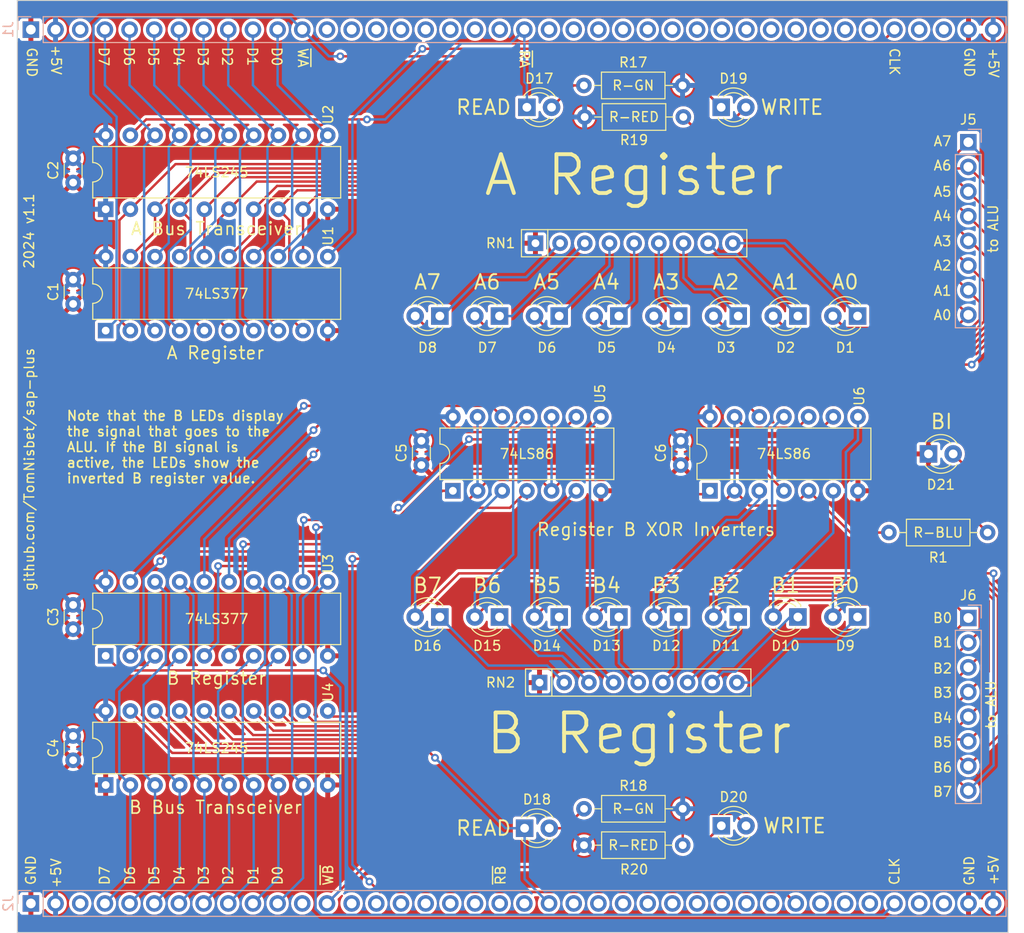
<source format=kicad_pcb>
(kicad_pcb (version 20240108) (generator "pcbnew") (generator_version "8.0")
  (title_block (title "SAP-Plus A and B Registers") (date "2024-11-30") (rev "1.1") (company "github.com/TomNisbet/sap-plus"))
  (layers (0 "F.Cu" signal) (31 "B.Cu" signal) (34 "B.Paste" user) (35 "F.Paste" user) (36 "B.SilkS" user "B.Silkscreen") (37 "F.SilkS" user "F.Silkscreen") (38 "B.Mask" user) (39 "F.Mask" user) (44 "Edge.Cuts" user))
  (net 0 "")
  (net 1 "+5V")
  (net 2 "CLK")
  (net 3 "D0")
  (net 4 "D1")
  (net 5 "D2")
  (net 6 "D3")
  (net 7 "D4")
  (net 8 "D5")
  (net 9 "D6")
  (net 10 "D7")
  (net 11 "GND")
  (net 12 "Net-(D17-A)")
  (net 13 "Net-(D18-A)")
  (net 14 "/A0")
  (net 15 "/A1")
  (net 16 "/A2")
  (net 17 "/A3")
  (net 18 "/A4")
  (net 19 "/A5")
  (net 20 "/A6")
  (net 21 "/A7")
  (net 22 "/B0")
  (net 23 "/B1")
  (net 24 "/B2")
  (net 25 "/B3")
  (net 26 "/B4")
  (net 27 "/B5")
  (net 28 "/B6")
  (net 29 "/B7")
  (net 30 "~{WA}")
  (net 31 "~{RA}")
  (net 32 "~{WB}")
  (net 33 "~{RB}")
  (net 34 "Net-(D19-A)")
  (net 35 "Net-(D20-A)")
  (net 52 "BI")
  (net 81 "Net-(D1-K)")
  (net 82 "Net-(D2-K)")
  (net 83 "Net-(D3-K)")
  (net 84 "Net-(D4-K)")
  (net 85 "Net-(D5-K)")
  (net 86 "Net-(D6-K)")
  (net 87 "Net-(D7-K)")
  (net 88 "Net-(D8-K)")
  (net 89 "Net-(D9-K)")
  (net 90 "Net-(D10-K)")
  (net 91 "Net-(D11-K)")
  (net 92 "Net-(D12-K)")
  (net 93 "Net-(D13-K)")
  (net 94 "Net-(D14-K)")
  (net 95 "Net-(D15-K)")
  (net 96 "Net-(D16-K)")
  (net 97 "/BQ0")
  (net 98 "/BQ2")
  (net 99 "/BQ1")
  (net 100 "/BQ6")
  (net 101 "/BQ5")
  (net 102 "/BQ3")
  (net 103 "/BQ4")
  (net 104 "/BQ7")
  (net 110 "Net-(D21-A)")
  (footprint "LED_THT:LED_D3.0mm" (layer "F.Cu") (at 171.5 75.5 180)
    (property "Reference" "D1")
    (property "Value" "A0")
  )
  (footprint "LED_THT:LED_D3.0mm" (layer "F.Cu") (at 165.357142 75.5 180)
    (property "Reference" "D2")
    (property "Value" "A1")
  )
  (footprint "LED_THT:LED_D3.0mm" (layer "F.Cu") (at 159.214285 75.5 180)
    (property "Reference" "D3")
    (property "Value" "A2")
  )
  (footprint "LED_THT:LED_D3.0mm" (layer "F.Cu") (at 153.071428 75.5 180)
    (property "Reference" "D4")
    (property "Value" "A3")
  )
  (footprint "LED_THT:LED_D3.0mm" (layer "F.Cu") (at 146.928571 75.5 180)
    (property "Reference" "D5")
    (property "Value" "A4")
  )
  (footprint "LED_THT:LED_D3.0mm" (layer "F.Cu") (at 140.785714 75.5 180)
    (property "Reference" "D6")
    (property "Value" "A5")
  )
  (footprint "LED_THT:LED_D3.0mm" (layer "F.Cu") (at 171.5 106.5 180)
    (property "Reference" "D9")
    (property "Value" "B0")
  )
  (footprint "LED_THT:LED_D3.0mm" (layer "F.Cu") (at 159.214285 106.5 180)
    (property "Reference" "D11")
    (property "Value" "B2")
  )
  (footprint "LED_THT:LED_D3.0mm" (layer "F.Cu") (at 153.071428 106.5 180)
    (property "Reference" "D12")
    (property "Value" "B3")
  )
  (footprint "LED_THT:LED_D3.0mm" (layer "F.Cu") (at 146.928571 106.5 180)
    (property "Reference" "D13")
    (property "Value" "B4")
  )
  (footprint "LED_THT:LED_D3.0mm" (layer "F.Cu") (at 140.785714 106.5 180)
    (property "Reference" "D14")
    (property "Value" "B5")
  )
  (footprint "LED_THT:LED_D3.0mm" (layer "F.Cu") (at 134.642857 106.5 180)
    (property "Reference" "D15")
    (property "Value" "B6")
  )
  (footprint "LED_THT:LED_D3.0mm" (layer "F.Cu") (at 128.5 106.5 180)
    (property "Reference" "D16")
    (property "Value" "B7")
  )
  (footprint "Package_DIP:DIP-20_W7.62mm" (layer "F.Cu") (at 94.1 77 90)
    (property "Reference" "U1")
    (property "Value" "74LS377")
  )
  (footprint "Package_DIP:DIP-20_W7.62mm" (layer "F.Cu") (at 94.1 123.8 90)
    (property "Reference" "U4")
    (property "Value" "74LS245")
  )
  (footprint "LED_THT:LED_D3.0mm" (layer "F.Cu") (at 165.357142 106.5 180)
    (property "Reference" "D10")
    (property "Value" "B1")
  )
  (footprint "Package_DIP:DIP-20_W7.62mm" (layer "F.Cu") (at 94.1 64.5 90)
    (property "Reference" "U2")
    (property "Value" "74LS245")
  )
  (footprint "LED_THT:LED_D3.0mm" (layer "F.Cu") (at 128.5 75.5 180)
    (property "Reference" "D8")
    (property "Value" "A7")
  )
  (footprint "Capacitor_THT:C_Disc_D3.0mm_W1.6mm_P2.50mm" (layer "F.Cu") (at 90.75 74.25 90)
    (property "Reference" "C1")
    (property "Value" "0.1uF")
  )
  (footprint "Capacitor_THT:C_Disc_D3.0mm_W1.6mm_P2.50mm" (layer "F.Cu") (at 90.75 61.75 90)
    (property "Reference" "C2")
    (property "Value" "0.1uF")
  )
  (footprint "Capacitor_THT:C_Disc_D3.0mm_W1.6mm_P2.50mm" (layer "F.Cu") (at 90.75 107.75 90)
    (property "Reference" "C3")
    (property "Value" "0.1uF")
  )
  (footprint "Capacitor_THT:C_Disc_D3.0mm_W1.6mm_P2.50mm" (layer "F.Cu") (at 153.3 90.85 90)
    (property "Reference" "C6")
    (property "Value" "0.1uF")
  )
  (footprint "Capacitor_THT:C_Disc_D3.0mm_W1.6mm_P2.50mm" (layer "F.Cu") (at 126.6 90.85 90)
    (property "Reference" "C5")
    (property "Value" "0.1uF")
  )
  (footprint "Capacitor_THT:C_Disc_D3.0mm_W1.6mm_P2.50mm" (layer "F.Cu") (at 90.75 121.25 90)
    (property "Reference" "C4")
    (property "Value" "0.1uF")
  )
  (footprint "LED_THT:LED_D3.0mm" (layer "F.Cu") (at 137.46 54)
    (property "Reference" "D17")
    (property "Value" "READ")
  )
  (footprint "LED_THT:LED_D3.0mm" (layer "F.Cu") (at 137.225 128.25)
    (property "Reference" "D18")
    (property "Value" "READ")
  )
  (footprint "Resistor_THT:R_Axial_DIN0207_L6.3mm_D2.5mm_P10.16mm_Horizontal" (layer "F.Cu") (at 143.325 51.75)
    (property "Reference" "R17")
    (property "Value" "R-GN")
  )
  (footprint "Resistor_THT:R_Axial_DIN0207_L6.3mm_D2.5mm_P10.16mm_Horizontal" (layer "F.Cu") (at 143.34 126.25)
    (property "Reference" "R18")
    (property "Value" "R-GN")
  )
  (footprint "Resistor_THT:R_Axial_DIN0207_L6.3mm_D2.5mm_P10.16mm_Horizontal" (layer "F.Cu") (at 153.565 55 180)
    (property "Reference" "R19")
    (property "Value" "R-RED")
  )
  (footprint "Resistor_THT:R_Axial_DIN0207_L6.3mm_D2.5mm_P10.16mm_Horizontal" (layer "F.Cu") (at 143.34 130)
    (property "Reference" "R20")
    (property "Value" "R-RED")
  )
  (footprint "LED_THT:LED_D3.0mm" (layer "F.Cu") (at 157.475 128)
    (property "Reference" "D20")
    (property "Value" "WRITE")
  )
  (footprint "LED_THT:LED_D3.0mm" (layer "F.Cu") (at 157.46 54)
    (property "Reference" "D19")
    (property "Value" "WRITE")
  )
  (footprint "Package_DIP:DIP-20_W7.62mm" (layer "F.Cu") (at 94.1 110.5 90)
    (property "Reference" "U3")
    (property "Value" "74LS377")
  )
  (footprint "Package_DIP:DIP-14_W7.62mm" (layer "F.Cu") (at 156.3 93.5 90)
    (property "Reference" "U6")
    (property "Value" "74LS86")
  )
  (footprint "Package_DIP:DIP-14_W7.62mm" (layer "F.Cu") (at 129.84 93.5 90)
    (property "Reference" "U5")
    (property "Value" "74LS86")
  )
  (footprint "LED_THT:LED_D3.0mm" (layer "F.Cu") (at 134.642857 75.5 180)
    (property "Reference" "D7")
    (property "Value" "A6")
  )
  (footprint "Resistor_THT:R_Array_SIP9" (layer "F.Cu") (at 138.34 68)
    (property "Reference" "RN1")
    (property "Value" "R_RED")
  )
  (footprint "Resistor_THT:R_Array_SIP9" (layer "F.Cu") (at 138.76 113.25)
    (property "Reference" "RN2")
    (property "Value" "R_RED")
  )
  (footprint "LED_THT:LED_D3.0mm" (layer "F.Cu") (at 178.8 89.7)
    (property "Reference" "D21")
    (property "Value" "BI")
  )
  (footprint "Resistor_THT:R_Axial_DIN0207_L6.3mm_D2.5mm_P10.16mm_Horizontal" (layer "F.Cu") (at 174.72 97.8)
    (property "Reference" "R1")
    (property "Value" "R-BLU")
  )
  (footprint "Connector_PinHeader_2.54mm:PinHeader_1x40_P2.54mm_Vertical" (layer "B.Cu") (at 86.4 46 -90)
    (property "Reference" "J1")
    (property "Value" "Bus")
  )
  (footprint "Connector_PinHeader_2.54mm:PinHeader_1x08_P2.54mm_Vertical" (layer "B.Cu") (at 182.9 57.6 180)
    (property "Reference" "J5")
    (property "Value" "to ALU")
  )
  (footprint "Connector_PinHeader_2.54mm:PinHeader_1x40_P2.54mm_Vertical" (layer "B.Cu") (at 86.4 136 -90)
    (property "Reference" "J2")
    (property "Value" "Bus")
  )
  (footprint "Connector_PinHeader_2.54mm:PinHeader_1x08_P2.54mm_Vertical" (layer "B.Cu") (at 182.9 106.6 180)
    (property "Reference" "J6")
    (property "Value" "to ALU")
  )
  (gr_line (start 85 139) (end 85 43) (stroke (width 0.1)) (layer "Edge.Cuts"))
  (gr_line (start 85 43) (end 187 43) (stroke (width 0.1)) (layer "Edge.Cuts"))
  (gr_line (start 187 43) (end 187 139) (stroke (width 0.1)) (layer "Edge.Cuts"))
  (gr_line (start 187 139) (end 85 139) (stroke (width 0.1)) (layer "Edge.Cuts"))
  (gr_text "B Register" (at 149 118.5 0) (layer "F.SilkS") (effects (font (size 4 4) (thickness 0.4))))
  (gr_text "${COMPANY}" (at 86.24 91.3 90) (layer "F.SilkS") (effects (font (size 1 1))))
  (gr_text "A Register" (at 148.5 61 0) (layer "F.SilkS") (effects (font (size 4 4) (thickness 0.4))))
  (gr_text "B1" (at 180.25 109.1 0) (layer "F.SilkS") (effects (font (size 1 1))))
  (gr_text "B2" (at 180.25 111.8 0) (layer "F.SilkS") (effects (font (size 1 1))))
  (gr_text "B0" (at 180.25 106.6 0) (layer "F.SilkS") (effects (font (size 1 1))))
  (gr_text "B3" (at 180.25 114.3 0) (layer "F.SilkS") (effects (font (size 1 1))))
  (gr_text "B6" (at 180.25 122 0) (layer "F.SilkS") (effects (font (size 1 1))))
  (gr_text "B4" (at 180.25 116.9 0) (layer "F.SilkS") (effects (font (size 1 1))))
  (gr_text "B5" (at 180.25 119.4 0) (layer "F.SilkS") (effects (font (size 1 1))))
  (gr_text "B7" (at 180.25 124.5 0) (layer "F.SilkS") (effects (font (size 1 1))))
  (gr_text "A3" (at 180.25 67.8 0) (layer "F.SilkS") (effects (font (size 1 1))))
  (gr_text "A1" (at 180.25 72.9 0) (layer "F.SilkS") (effects (font (size 1 1))))
  (gr_text "A0" (at 180.25 75.4 0) (layer "F.SilkS") (effects (font (size 1 1))))
  (gr_text "A5" (at 180.25 62.7 0) (layer "F.SilkS") (effects (font (size 1 1))))
  (gr_text "A2" (at 180.25 70.3 0) (layer "F.SilkS") (effects (font (size 1 1))))
  (gr_text "A6" (at 180.25 60 0) (layer "F.SilkS") (effects (font (size 1 1))))
  (gr_text "A7" (at 180.25 57.5 0) (layer "F.SilkS") (effects (font (size 1 1))))
  (gr_text "A4" (at 180.25 65.2 0) (layer "F.SilkS") (effects (font (size 1 1))))
  (gr_text "D7" (at 94 134.2 90) (layer "F.SilkS") (effects (font (size 1 1)) (justify left)))
  (gr_text "D6" (at 96.6 134.2 90) (layer "F.SilkS") (effects (font (size 1 1)) (justify left)))
  (gr_text "D5" (at 99.1 134.2 90) (layer "F.SilkS") (effects (font (size 1 1)) (justify left)))
  (gr_text "D4" (at 101.7 134.2 90) (layer "F.SilkS") (effects (font (size 1 1)) (justify left)))
  (gr_text "D3" (at 104.2 134.2 90) (layer "F.SilkS") (effects (font (size 1 1)) (justify left)))
  (gr_text "D2" (at 106.7 134.2 90) (layer "F.SilkS") (effects (font (size 1 1)) (justify left)))
  (gr_text "D1" (at 109.3 134.2 90) (layer "F.SilkS") (effects (font (size 1 1)) (justify left)))
  (gr_text "D0" (at 111.8 134.2 90) (layer "F.SilkS") (effects (font (size 1 1)) (justify left)))
  (gr_text "~{WB}" (at 117 134.25 90) (layer "F.SilkS") (effects (font (size 1 1)) (justify left)))
  (gr_text "~{RB}" (at 134.75 134.2 90) (layer "F.SilkS") (effects (font (size 1 1)) (justify left)))
  (gr_text "+5V" (at 185.5 134.2 90) (layer "F.SilkS") (effects (font (size 1 1)) (justify left)))
  (gr_text "D4" (at 101.6 47.7 270) (layer "F.SilkS") (effects (font (size 1 1)) (justify left)))
  (gr_text "D3" (at 104.1 47.7 270) (layer "F.SilkS") (effects (font (size 1 1)) (justify left)))
  (gr_text "D0" (at 111.7 47.7 270) (layer "F.SilkS") (effects (font (size 1 1)) (justify left)))
  (gr_text "D2" (at 106.6 47.7 270) (layer "F.SilkS") (effects (font (size 1 1)) (justify left)))
  (gr_text "D7" (at 93.9 47.7 270) (layer "F.SilkS") (effects (font (size 1 1)) (justify left)))
  (gr_text "D5" (at 99 47.7 270) (layer "F.SilkS") (effects (font (size 1 1)) (justify left)))
  (gr_text "D6" (at 96.5 47.7 270) (layer "F.SilkS") (effects (font (size 1 1)) (justify left)))
  (gr_text "D1" (at 109.2 47.7 270) (layer "F.SilkS") (effects (font (size 1 1)) (justify left)))
  (gr_text "~{WA}" (at 114.4 47.8 270) (layer "F.SilkS") (effects (font (size 1 1)) (justify left)))
  (gr_text "CLK" (at 175.3 47.8 -90) (layer "F.SilkS") (effects (font (size 1 1)) (justify left)))
  (gr_text "+5V" (at 185.5 47.8 -90) (layer "F.SilkS") (effects (font (size 1 1)) (justify left)))
  (gr_text "CLK" (at 175.3 134.2 90) (layer "F.SilkS") (effects (font (size 1 1)) (justify left)))
  (gr_text "GND" (at 86.4 134.2 90) (layer "F.SilkS") (effects (font (size 1 1)) (justify left)))
  (gr_text "2024 v${REVISION}" (at 86.22 66.75 90) (layer "F.SilkS") (effects (font (size 1 1))))
  (gr_text "GND" (at 86.5 47.75 270) (layer "F.SilkS") (effects (font (size 1 1)) (justify left)))
  (gr_text "Register B XOR Inverters" (at 150.75 98.25 0) (layer "F.SilkS") (effects (font (size 1.3 1.3) (thickness 0.17)) (justify bottom)))
  (gr_text "~{RA}" (at 137.2 48 270) (layer "F.SilkS") (effects (font (size 1 1)) (justify left)))
  (gr_text "GND" (at 183 47.75 270) (layer "F.SilkS") (effects (font (size 1 1)) (justify left)))
  (gr_text "GND" (at 183 134.25 90) (layer "F.SilkS") (effects (font (size 1 1)) (justify left)))
  (gr_text "+5V" (at 89 134.5 90) (layer "F.SilkS") (effects (font (size 1 1)) (justify left)))
  (gr_text "Note that the B LEDs display\nthe signal that goes to the\nALU. If the BI signal is \nactive, the LEDs show the\ninverted B register value." (at 90 92.8 0) (layer "F.SilkS") (effects (font (size 1 1) (thickness 0.17) (bold yes)) (justify left bottom)))
  (gr_text "+5V" (at 89 47.5 -90) (layer "F.SilkS") (effects (font (size 1 1)) (justify left)))
  (segment (start 94.08 69.4) (end 94.1 69.38) (width 0.25) (layer "F.Cu") (net 1))
  (segment (start 94.08 116.2) (end 94.1 116.18) (width 0.25) (layer "F.Cu") (net 1))
  (segment (start 173.325 47.975) (end 126.7 47.975) (width 0.25) (layer "F.Cu") (net 2))
  (segment (start 175.3 46) (end 173.325 47.975) (width 0.25) (layer "F.Cu") (net 2))
  (via (at 126.7 47.975) (size 0.8) (drill 0.4) (layers "F.Cu" "B.Cu") (net 2))
  (segment (start 115.704999 136.564001) (end 115.704999 104.135001) (width 0.25) (layer "B.Cu") (net 2))
  (segment (start 174.124999 137.175001) (end 116.315999 137.175001) (width 0.25) (layer "B.Cu") (net 2))
  (segment (start 119.5 55.175) (end 126.7 47.975) (width 0.25) (layer "B.Cu") (net 2))
  (segment (start 116.315999 137.175001) (end 115.704999 136.564001) (width 0.25) (layer "B.Cu") (net 2))
  (segment (start 175.3 136) (end 174.124999 137.175001) (width 0.25) (layer "B.Cu") (net 2))
  (segment (start 116.96 69.38) (end 119.5 66.84) (width 0.25) (layer "B.Cu") (net 2))
  (segment (start 119.5 66.84) (end 119.5 55.175) (width 0.25) (layer "B.Cu") (net 2))
  (segment (start 115.704999 104.135001) (end 116.96 102.88) (width 0.25) (layer "B.Cu") (net 2))
  (segment (start 114.42 123.92) (end 114.42 133.38) (width 0.25) (layer "B.Cu") (net 3))
  (segment (start 115.834999 58.005001) (end 115.834999 65.425001) (width 0.25) (layer "B.Cu") (net 3))
  (segment (start 114.42 123.8) (end 113.294999 122.674999) (width 0.25) (layer "B.Cu") (net 3))
  (segment (start 116.96 56.88) (end 115.834999 58.005001) (width 0.25) (layer "B.Cu") (net 3))
  (segment (start 113.294999 115.401411) (end 113.25 115.356412) (width 0.25) (layer "B.Cu") (net 3))
  (segment (start 115.834999 65.425001) (end 111.88 69.38) (width 0.25) (layer "B.Cu") (net 3))
  (segment (start 113.294999 122.674999) (end 113.294999 115.401411) (width 0.25) (layer "B.Cu") (net 3))
  (segment (start 113.25 115.356412) (end 113.25 104.25) (width 0.25) (layer "B.Cu") (net 3))
  (segment (start 113.25 104.25) (end 111.88 102.88) (width 0.25) (layer "B.Cu") (net 3))
  (segment (start 111.8 46) (end 111.8 51.72) (width 0.25) (layer "B.Cu") (net 3))
  (segment (start 114.42 133.38) (end 111.8 136) (width 0.25) (layer "B.Cu") (net 3))
  (segment (start 111.8 51.72) (end 116.96 56.88) (width 0.25) (layer "B.Cu") (net 3))
  (segment (start 110.754999 68.839999) (end 110.754999 75.874999) (width 0.25) (layer "B.Cu") (net 4))
  (segment (start 113.294999 66.299999) (end 110.754999 68.839999) (width 0.25) (layer "B.Cu") (net 4))
  (segment (start 113.294999 58.005001) (end 113.294999 66.299999) (width 0.25) (layer "B.Cu") (net 4))
  (segment (start 111.88 123.8) (end 110.754999 122.674999) (width 0.25) (layer "B.Cu") (net 4))
  (segment (start 114.42 56.88) (end 113.294999 58.005001) (width 0.25) (layer "B.Cu") (net 4))
  (segment (start 111.88 133.38) (end 109.26 136) (width 0.25) (layer "B.Cu") (net 4))
  (segment (start 110.754999 111.625001) (end 111.88 110.5) (width 0.25) (layer "B.Cu") (net 4))
  (segment (start 109.26 46) (end 109.26 51.72) (width 0.25) (layer "B.Cu") (net 4))
  (segment (start 109.26 51.72) (end 114.42 56.88) (width 0.25) (layer "B.Cu") (net 4))
  (segment (start 110.754999 75.874999) (end 111.88 77) (width 0.25) (layer "B.Cu") (net 4))
  (segment (start 110.754999 122.674999) (end 110.754999 111.625001) (width 0.25) (layer "B.Cu") (net 4))
  (segment (start 111.88 123.92) (end 111.88 133.38) (width 0.25) (layer "B.Cu") (net 4))
  (segment (start 109.34 123.92) (end 109.34 133.38) (width 0.25) (layer "B.Cu") (net 5))
  (segment (start 108.215 122.675) (end 108.215 113.528604) (width 0.25) (layer "B.Cu") (net 5))
  (segment (start 110.754999 58.005001) (end 110.754999 67.965001) (width 0.25) (layer "B.Cu") (net 5))
  (segment (start 108.215 113.528604) (end 110.5 111.243604) (width 0.25) (layer "B.Cu") (net 5))
  (segment (start 106.72 46) (end 106.72 51.72) (width 0.25) (layer "B.Cu") (net 5))
  (segment (start 110.754999 67.965001) (end 109.34 69.38) (width 0.25) (layer "B.Cu") (net 5))
  (segment (start 110.5 104.04) (end 109.34 102.88) (width 0.25) (layer "B.Cu") (net 5))
  (segment (start 110.5 111.243604) (end 110.5 104.04) (width 0.25) (layer "B.Cu") (net 5))
  (segment (start 109.34 123.8) (end 108.215 122.675) (width 0.25) (layer "B.Cu") (net 5))
  (segment (start 106.72 51.72) (end 111.88 56.88) (width 0.25) (layer "B.Cu") (net 5))
  (segment (start 109.34 133.38) (end 106.72 136) (width 0.25) (layer "B.Cu") (net 5))
  (segment (start 111.88 56.88) (end 110.754999 58.005001) (width 0.25) (layer "B.Cu") (net 5))
  (segment (start 105.674999 122.674999) (end 105.674999 114.165001) (width 0.25) (layer "B.Cu") (net 6))
  (segment (start 105.674999 114.165001) (end 109.34 110.5) (width 0.25) (layer "B.Cu") (net 6))
  (segment (start 104.18 46) (end 104.18 51.72) (width 0.25) (layer "B.Cu") (net 6))
  (segment (start 107.925001 75.625001) (end 109.3 77) (width 0.25) (layer "B.Cu") (net 6))
  (segment (start 104.18 51.72) (end 109.34 56.88) (width 0.25) (layer "B.Cu") (net 6))
  (segment (start 109.3 77) (end 109.34 77) (width 0.25) (layer "B.Cu") (net 6))
  (segment (start 109.34 56.88) (end 107.925001 58.294999) (width 0.25) (layer "B.Cu") (net 6))
  (segment (start 106.8 123.8) (end 105.674999 122.674999) (width 0.25) (layer "B.Cu") (net 6))
  (segment (start 107.925001 58.294999) (end 107.925001 75.625001) (width 0.25) (layer "B.Cu") (net 6))
  (segment (start 106.8 133.38) (end 104.18 136) (width 0.25) (layer "B.Cu") (net 6))
  (segment (start 106.8 123.92) (end 106.8 133.38) (width 0.25) (layer "B.Cu") (net 6))
  (segment (start 103.134999 104.294999) (end 101.72 102.88) (width 0.25) (layer "B.Cu") (net 7))
  (segment (start 104.26 123.8) (end 103.134999 122.674999) (width 0.25) (layer "B.Cu") (net 7))
  (segment (start 104.26 123.92) (end 104.26 133.38) (width 0.25) (layer "B.Cu") (net 7))
  (segment (start 103.134999 122.674999) (end 103.134999 104.294999) (width 0.25) (layer "B.Cu") (net 7))
  (segment (start 101.64 46) (end 101.64 51.72) (width 0.25) (layer "B.Cu") (net 7))
  (segment (start 104.26 133.38) (end 101.64 136) (width 0.25) (layer "B.Cu") (net 7))
  (segment (start 101.64 51.72) (end 106.8 56.88) (width 0.25) (layer "B.Cu") (net 7))
  (segment (start 105.385001 65.714999) (end 101.72 69.38) (width 0.25) (layer "B.Cu") (net 7))
  (segment (start 106.8 56.88) (end 105.385001 58.294999) (width 0.25) (layer "B.Cu") (net 7))
  (segment (start 105.385001 58.294999) (end 105.385001 65.714999) (width 0.25) (layer "B.Cu") (net 7))
  (segment (start 102.845001 66.589997) (end 100.594999 68.839999) (width 0.25) (layer "B.Cu") (net 8))
  (segment (start 100.594999 75.874999) (end 101.72 77) (width 0.25) (layer "B.Cu") (net 8))
  (segment (start 100.594999 111.625001) (end 101.72 110.5) (width 0.25) (layer "B.Cu") (net 8))
  (segment (start 101.72 123.92) (end 101.72 133.38) (width 0.25) (layer "B.Cu") (net 8))
  (segment (start 101.72 133.38) (end 99.1 136) (width 0.25) (layer "B.Cu") (net 8))
  (segment (start 100.594999 68.839999) (end 100.594999 75.874999) (width 0.25) (layer "B.Cu") (net 8))
  (segment (start 102.845001 58.294999) (end 102.845001 66.589997) (width 0.25) (layer "B.Cu") (net 8))
  (segment (start 99.1 46) (end 99.1 51.72) (width 0.25) (layer "B.Cu") (net 8))
  (segment (start 104.26 56.88) (end 102.845001 58.294999) (width 0.25) (layer "B.Cu") (net 8))
  (segment (start 100.594999 122.674999) (end 100.594999 111.625001) (width 0.25) (layer "B.Cu") (net 8))
  (segment (start 99.1 51.72) (end 104.26 56.88) (width 0.25) (layer "B.Cu") (net 8))
  (segment (start 101.72 123.8) (end 100.594999 122.674999) (width 0.25) (layer "B.Cu") (net 8))
  (segment (start 96.56 51.72) (end 101.72 56.88) (width 0.25) (layer "B.Cu") (net 9))
  (segment (start 100.594999 58.005001) (end 100.594999 67.965001) (width 0.25) (layer "B.Cu") (net 9))
  (segment (start 98 122.62) (end 99.18 123.8) (width 0.25) (layer "B.Cu") (net 9))
  (segment (start 100.305 111.195) (end 98 113.5) (width 0.25) (layer "B.Cu") (net 9))
  (segment (start 101.72 56.88) (end 100.594999 58.005001) (width 0.25) (layer "B.Cu") (net 9))
  (segment (start 100.305 104.005) (end 100.305 111.195) (width 0.25) (layer "B.Cu") (net 9))
  (segment (start 98 113.5) (end 98 122.62) (width 0.25) (layer "B.Cu") (net 9))
  (segment (start 99.18 133.38) (end 96.56 136) (width 0.25) (layer "B.Cu") (net 9))
  (segment (start 99.18 102.88) (end 100.305 104.005) (width 0.25) (layer "B.Cu") (net 9))
  (segment (start 100.594999 67.965001) (end 99.18 69.38) (width 0.25) (layer "B.Cu") (net 9))
  (segment (start 96.56 46) (end 96.56 51.72) (width 0.25) (layer "B.Cu") (net 9))
  (segment (start 99.18 123.92) (end 99.18 133.38) (width 0.25) (layer "B.Cu") (net 9))
  (segment (start 96.64 123.8) (end 96.64 133.38) (width 0.25) (layer "B.Cu") (net 10))
  (segment (start 98.054999 75.874999) (end 99.18 77) (width 0.25) (layer "B.Cu") (net 10))
  (segment (start 95.5 122.66) (end 95.5 114.18) (width 0.25) (layer "B.Cu") (net 10))
  (segment (start 99.18 56.88) (end 98.054999 58.005001) (width 0.25) (layer "B.Cu") (net 10))
  (segment (start 95.5 114.18) (end 99.18 110.5) (width 0.25) (layer "B.Cu") (net 10))
  (segment (start 96.64 123.8) (end 95.5 122.66) (width 0.25) (layer "B.Cu") (net 10))
  (segment (start 98.054999 58.005001) (end 98.054999 75.874999) (width 0.25) (layer "B.Cu") (net 10))
  (segment (start 94.02 51.72) (end 99.18 56.88) (width 0.25) (layer "B.Cu") (net 10))
  (segment (start 94.02 46) (end 94.02 51.72) (width 0.25) (layer "B.Cu") (net 10))
  (segment (start 96.64 133.38) (end 94.02 136) (width 0.25) (layer "B.Cu") (net 10))
  (segment (start 140 54) (end 142.25 51.75) (width 0.25) (layer "F.Cu") (net 12))
  (segment (start 142.25 51.75) (end 143.325 51.75) (width 0.25) (layer "F.Cu") (net 12))
  (segment (start 139.765 128.25) (end 141.34 128.25) (width 0.25) (layer "F.Cu") (net 13))
  (segment (start 141.34 128.25) (end 143.34 126.25) (width 0.25) (layer "F.Cu") (net 13))
  (segment (start 170.185 76.725) (end 181.555 76.725) (width 0.25) (layer "F.Cu") (net 14))
  (segment (start 181.555 76.725) (end 182.9 75.38) (width 0.25) (layer "F.Cu") (net 14))
  (segment (start 115.92 63) (end 170.5 63) (width 0.25) (layer "F.Cu") (net 14))
  (segment (start 168.96 75.5) (end 170.185 76.725) (width 0.25) (layer "F.Cu") (net 14))
  (segment (start 114.42 64.5) (end 114.42 69.38) (width 0.25) (layer "F.Cu") (net 14))
  (segment (start 114.42 64.5) (end 115.92 63) (width 0.25) (layer "F.Cu") (net 14))
  (segment (start 170.5 63) (end 182.88 75.38) (width 0.25) (layer "F.Cu") (net 14))
  (segment (start 182.88 75.38) (end 182.9 75.38) (width 0.25) (layer "F.Cu") (net 14))
  (segment (start 184.075001 75.869942) (end 184.075001 74.075001) (width 0.25) (layer "F.Cu") (net 15))
  (segment (start 113.005001 65.625001) (end 113.005001 75.585001) (width 0.25) (layer "F.Cu") (net 15))
  (segment (start 111.88 64.5) (end 113.005001 65.625001) (width 0.25) (layer "F.Cu") (net 15))
  (segment (start 162.817142 75.5) (end 164.492142 77.175) (width 0.25) (layer "F.Cu") (net 15))
  (segment (start 182.769943 77.175) (end 184.075001 75.869942) (width 0.25) (layer "F.Cu") (net 15))
  (segment (start 172.55 62.55) (end 113.83 62.55) (width 0.25) (layer "F.Cu") (net 15))
  (segment (start 113.83 62.55) (end 111.88 64.5) (width 0.25) (layer "F.Cu") (net 15))
  (segment (start 164.492142 77.175) (end 182.769943 77.175) (width 0.25) (layer "F.Cu") (net 15))
  (segment (start 113.005001 75.585001) (end 114.42 77) (width 0.25) (layer "F.Cu") (net 15))
  (segment (start 184.075001 74.075001) (end 172.55 62.55) (width 0.25) (layer "F.Cu") (net 15))
  (segment (start 109.34 66.84) (end 106.8 69.38) (width 0.25) (layer "F.Cu") (net 16))
  (segment (start 109.34 64.5) (end 109.34 66.84) (width 0.25) (layer "F.Cu") (net 16))
  (segment (start 174.7 62.1) (end 182.9 70.3) (width 0.25) (layer "F.Cu") (net 16))
  (segment (start 184.525012 76.056342) (end 184.525012 71.925012) (width 0.25) (layer "F.Cu") (net 16))
  (segment (start 156.674285 75.5) (end 158.799285 77.625) (width 0.25) (layer "F.Cu") (net 16))
  (segment (start 158.799285 77.625) (end 182.956354 77.625) (width 0.25) (layer "F.Cu") (net 16))
  (segment (start 184.525012 71.925012) (end 182.9 70.3) (width 0.25) (layer "F.Cu") (net 16))
  (segment (start 111.74 62.1) (end 174.7 62.1) (width 0.25) (layer "F.Cu") (net 16))
  (segment (start 109.34 64.5) (end 111.74 62.1) (width 0.25) (layer "F.Cu") (net 16))
  (segment (start 182.956354 77.625) (end 184.525012 76.056342) (width 0.25) (layer "F.Cu") (net 16))
  (segment (start 105.674999 75.874999) (end 106.8 77) (width 0.25) (layer "F.Cu") (net 17))
  (segment (start 105.674999 65.625001) (end 105.674999 75.874999) (width 0.25) (layer "F.Cu") (net 17))
  (segment (start 106.8 64.5) (end 105.674999 65.625001) (width 0.25) (layer "F.Cu") (net 17))
  (segment (start 109.65 61.65) (end 106.8 64.5) (width 0.25) (layer "F.Cu") (net 17))
  (segment (start 183.142765 78.075) (end 184.975023 76.242742) (width 0.25) (layer "F.Cu") (net 17))
  (segment (start 184.975023 69.650023) (end 176.975 61.65) (width 0.25) (layer "F.Cu") (net 17))
  (segment (start 150.531428 75.5) (end 153.106428 78.075) (width 0.25) (layer "F.Cu") (net 17))
  (segment (start 176.975 61.65) (end 109.65 61.65) (width 0.25) (layer "F.Cu") (net 17))
  (segment (start 153.106428 78.075) (end 183.142765 78.075) (width 0.25) (layer "F.Cu") (net 17))
  (segment (start 184.975023 76.242742) (end 184.975023 69.650023) (width 0.25) (layer "F.Cu") (net 17))
  (segment (start 178.88 61.2) (end 182.9 65.22) (width 0.25) (layer "F.Cu") (net 18))
  (segment (start 185.425034 67.745034) (end 182.9 65.22) (width 0.25) (layer "F.Cu") (net 18))
  (segment (start 144.388571 75.5) (end 147.413571 78.525) (width 0.25) (layer "F.Cu") (net 18))
  (segment (start 107.56 61.2) (end 178.88 61.2) (width 0.25) (layer "F.Cu") (net 18))
  (segment (start 185.425034 76.429142) (end 185.425034 67.745034) (width 0.25) (layer "F.Cu") (net 18))
  (segment (start 183.329176 78.525) (end 185.425034 76.429142) (width 0.25) (layer "F.Cu") (net 18))
  (segment (start 147.413571 78.525) (end 183.329176 78.525) (width 0.25) (layer "F.Cu") (net 18))
  (segment (start 104.26 64.5) (end 104.26 69.38) (width 0.25) (layer "F.Cu") (net 18))
  (segment (start 104.26 64.5) (end 107.56 61.2) (width 0.25) (layer "F.Cu") (net 18))
  (segment (start 180.97 60.75) (end 182.9 62.68) (width 0.25) (layer "F.Cu") (net 19))
  (segment (start 182.9 62.68) (end 185.875045 65.655045) (width 0.25) (layer "F.Cu") (net 19))
  (segment (start 102.845001 75.585001) (end 104.26 77) (width 0.25) (layer "F.Cu") (net 19))
  (segment (start 101.72 64.5) (end 105.47 60.75) (width 0.25) (layer "F.Cu") (net 19))
  (segment (start 141.720714 78.975) (end 138.245714 75.5) (width 0.25) (layer "F.Cu") (net 19))
  (segment (start 102.845001 65.625001) (end 102.845001 75.585001) (width 0.25) (layer "F.Cu") (net 19))
  (segment (start 185.875045 65.655045) (end 185.875045 76.615542) (width 0.25) (layer "F.Cu") (net 19))
  (segment (start 105.47 60.75) (end 180.97 60.75) (width 0.25) (layer "F.Cu") (net 19))
  (segment (start 185.875045 76.615542) (end 183.515587 78.975) (width 0.25) (layer "F.Cu") (net 19))
  (segment (start 101.72 64.5) (end 102.845001 65.625001) (width 0.25) (layer "F.Cu") (net 19))
  (segment (start 183.515587 78.975) (end 141.720714 78.975) (width 0.25) (layer "F.Cu") (net 19))
  (segment (start 103.38 60.3) (end 182.74 60.3) (width 0.25) (layer "F.Cu") (net 20))
  (segment (start 99.18 66.84) (end 96.64 69.38) (width 0.25) (layer "F.Cu") (net 20))
  (segment (start 99.18 64.5) (end 99.18 66.84) (width 0.25) (layer "F.Cu") (net 20))
  (segment (start 186.325056 63.565056) (end 186.325056 76.801942) (width 0.25) (layer "F.Cu") (net 20))
  (segment (start 182.9 60.14) (end 186.325056 63.565056) (width 0.25) (layer "F.Cu") (net 20))
  (segment (start 136.027857 79.425) (end 132.102857 75.5) (width 0.25) (layer "F.Cu") (net 20))
  (segment (start 186.325056 76.801942) (end 183.701998 79.425) (width 0.25) (layer "F.Cu") (net 20))
  (segment (start 182.74 60.3) (end 182.9 60.14) (width 0.25) (layer "F.Cu") (net 20))
  (segment (start 183.701998 79.425) (end 136.027857 79.425) (width 0.25) (layer "F.Cu") (net 20))
  (segment (start 99.18 64.5) (end 103.38 60.3) (width 0.25) (layer "F.Cu") (net 20))
  (segment (start 95.514999 75.874999) (end 96.64 77) (width 0.25) (layer "F.Cu") (net 21))
  (segment (start 101.29 59.85) (end 96.64 64.5) (width 0.25) (layer "F.Cu") (net 21))
  (segment (start 182.9 57.6) (end 180.65 59.85) (width 0.25) (layer "F.Cu") (net 21))
  (segment (start 96.64 64.5) (end 95.514999 65.625001) (width 0.25) (layer "F.Cu") (net 21))
  (segment (start 126 75.5) (end 125.96 75.5) (width 0.25) (layer "F.Cu") (net 21))
  (segment (start 183.25 80.5) (end 130.96 80.5) (width 0.25) (layer "F.Cu") (net 21))
  (segment (start 180.65 59.85) (end 101.29 59.85) (width 0.25) (layer "F.Cu") (net 21))
  (segment (start 130.96 80.5) (end 125.96 75.5) (width 0.25) (layer "F.Cu") (net 21))
  (segment (start 95.514999 65.625001) (end 95.514999 75.874999) (width 0.25) (layer "F.Cu") (net 21))
  (via (at 183.25 80.5) (size 0.8) (drill 0.4) (layers "F.Cu" "B.Cu") (net 21))
  (segment (start 183.25 80.5) (end 184.099999 79.650001) (width 0.25) (layer "B.Cu") (net 21))
  (segment (start 184.099999 58.799999) (end 182.9 57.6) (width 0.25) (layer "B.Cu") (net 21))
  (segment (start 184.099999 79.650001) (end 184.099999 58.799999) (width 0.25) (layer "B.Cu") (net 21))
  (segment (start 172.75 116.75) (end 182.9 106.6) (width 0.25) (layer "F.Cu") (net 22))
  (segment (start 116.96 116.18) (end 117.53 116.75) (width 0.25) (layer "F.Cu") (net 22))
  (segment (start 168.96 106.5) (end 170.26 105.2) (width 0.25) (layer "F.Cu") (net 22))
  (segment (start 181.5 105.2) (end 182.9 106.6) (width 0.25) (layer "F.Cu") (net 22))
  (segment (start 117.53 116.75) (end 172.75 116.75) (width 0.25) (layer "F.Cu") (net 22))
  (segment (start 170.26 105.2) (end 181.5 105.2) (width 0.25) (layer "F.Cu") (net 22))
  (segment (start 170.3 89.52) (end 171.54 88.28) (width 0.25) (layer "B.Cu") (net 22))
  (segment (start 168.96 106.5) (end 168.96 104) (width 0.25) (layer "B.Cu") (net 22))
  (segment (start 170.3 102.66) (end 170.3 89.52) (width 0.25) (layer "B.Cu") (net 22))
  (segment (start 171.54 88.28) (end 171.54 85.88) (width 0.25) (layer "B.Cu") (net 22))
  (segment (start 168.96 104) (end 170.3 102.66) (width 0.25) (layer "B.Cu") (net 22))
  (segment (start 114.42 116.18) (end 115.545 117.305) (width 0.25) (layer "F.Cu") (net 23))
  (segment (start 174.735 117.305) (end 182.9 109.14) (width 0.25) (layer "F.Cu") (net 23))
  (segment (start 183.4 104.75) (end 164.567142 104.75) (width 0.25) (layer "F.Cu") (net 23))
  (segment (start 184.075 105.425) (end 183.4 104.75) (width 0.25) (layer "F.Cu") (net 23))
  (segment (start 164.567142 104.75) (end 162.817142 106.5) (width 0.25) (layer "F.Cu") (net 23))
  (segment (start 182.9 109.14) (end 184.075 107.965) (width 0.25) (layer "F.Cu") (net 23))
  (segment (start 184.075 107.965) (end 184.075 105.425) (width 0.25) (layer "F.Cu") (net 23))
  (segment (start 115.545 117.305) (end 174.735 117.305) (width 0.25) (layer "F.Cu") (net 23))
  (segment (start 162.817142 106.5) (end 162.817142 104) (width 0.25) (layer "B.Cu") (net 23))
  (segment (start 169 97.817142) (end 169 93.5) (width 0.25) (layer "B.Cu") (net 23))
  (segment (start 162.817142 104) (end 169 97.817142) (width 0.25) (layer "B.Cu") (net 23))
  (segment (start 184.525 110.055) (end 182.9 111.68) (width 0.25) (layer "F.Cu") (net 24))
  (segment (start 176.825 117.755) (end 182.9 111.68) (width 0.25) (layer "F.Cu") (net 24))
  (segment (start 183.8 104.3) (end 184.525 105.025) (width 0.25) (layer "F.Cu") (net 24))
  (segment (start 111.88 116.18) (end 113.455 117.755) (width 0.25) (layer "F.Cu") (net 24))
  (segment (start 158.874285 104.3) (end 183.8 104.3) (width 0.25) (layer "F.Cu") (net 24))
  (segment (start 113.455 117.755) (end 176.825 117.755) (width 0.25) (layer "F.Cu") (net 24))
  (segment (start 184.525 105.025) (end 184.525 110.055) (width 0.25) (layer "F.Cu") (net 24))
  (segment (start 156.674285 106.5) (end 158.874285 104.3) (width 0.25) (layer "F.Cu") (net 24))
  (segment (start 156.674285 106.5) (end 156.674285 104) (width 0.25) (layer "B.Cu") (net 24))
  (segment (start 162.7 97.974285) (end 162.7 87.1) (width 0.25) (layer "B.Cu") (net 24))
  (segment (start 156.674285 104) (end 162.7 97.974285) (width 0.25) (layer "B.Cu") (net 24))
  (segment (start 162.7 87.1) (end 163.92 85.88) (width 0.25) (layer "B.Cu") (net 24))
  (segment (start 109.34 116.18) (end 111.365 118.205) (width 0.25) (layer "F.Cu") (net 25))
  (segment (start 185 112.12) (end 182.9 114.22) (width 0.25) (layer "F.Cu") (net 25))
  (segment (start 111.365 118.205) (end 178.915 118.205) (width 0.25) (layer "F.Cu") (net 25))
  (segment (start 150.531428 106.5) (end 153.181428 103.85) (width 0.25) (layer "F.Cu") (net 25))
  (segment (start 153.181428 103.85) (end 183.986396 103.85) (width 0.25) (layer "F.Cu") (net 25))
  (segment (start 185 104.863604) (end 185 112.12) (width 0.25) (layer "F.Cu") (net 25))
  (segment (start 183.986396 103.85) (end 185 104.863604) (width 0.25) (layer "F.Cu") (net 25))
  (segment (start 178.915 118.205) (end 182.9 114.22) (width 0.25) (layer "F.Cu") (net 25))
  (segment (start 150.531428 106.5) (end 150.531428 104) (width 0.25) (layer "B.Cu") (net 25))
  (segment (start 158.031428 96.5) (end 159.28 96.5) (width 0.25) (layer "B.Cu") (net 25))
  (segment (start 161.38 94.4) (end 161.38 93.5) (width 0.25) (layer "B.Cu") (net 25))
  (segment (start 159.28 96.5) (end 161.38 94.4) (width 0.25) (layer "B.Cu") (net 25))
  (segment (start 150.531428 104) (end 158.031428 96.5) (width 0.25) (layer "B.Cu") (net 25))
  (segment (start 144.388571 106.5) (end 147.488571 103.4) (width 0.25) (layer "F.Cu") (net 26))
  (segment (start 185.5 114.16) (end 182.9 116.76) (width 0.25) (layer "F.Cu") (net 26))
  (segment (start 185.5 104.727208) (end 185.5 114.16) (width 0.25) (layer "F.Cu") (net 26))
  (segment (start 184.172792 103.4) (end 185.5 104.727208) (width 0.25) (layer "F.Cu") (net 26))
  (segment (start 181.005 118.655) (end 109.275 118.655) (width 0.25) (layer "F.Cu") (net 26))
  (segment (start 109.275 118.655) (end 106.8 116.18) (width 0.25) (layer "F.Cu") (net 26))
  (segment (start 147.488571 103.4) (end 184.172792 103.4) (width 0.25) (layer "F.Cu") (net 26))
  (segment (start 182.9 116.76) (end 181.005 118.655) (width 0.25) (layer "F.Cu") (net 26))
  (segment (start 143.955 87.005) (end 145.08 85.88) (width 0.25) (layer "B.Cu") (net 26))
  (segment (start 144.388571 106.5) (end 143.955 106.066429) (width 0.25) (layer "B.Cu") (net 26))
  (segment (start 143.955 106.066429) (end 143.955 87.005) (width 0.25) (layer "B.Cu") (net 26))
  (segment (start 138.245714 106.5) (end 141.795714 102.95) (width 0.25) (layer "F.Cu") (net 27))
  (segment (start 104.26 116.18) (end 107.185 119.105) (width 0.25) (layer "F.Cu") (net 27))
  (segment (start 185.95 116.25) (end 182.9 119.3) (width 0.25) (layer "F.Cu") (net 27))
  (segment (start 107.185 119.105) (end 182.705 119.105) (width 0.25) (layer "F.Cu") (net 27))
  (segment (start 184.45 102.95) (end 185.95 104.45) (width 0.25) (layer "F.Cu") (net 27))
  (segment (start 141.795714 102.95) (end 184.45 102.95) (width 0.25) (layer "F.Cu") (net 27))
  (segment (start 182.705 119.105) (end 182.9 119.3) (width 0.25) (layer "F.Cu") (net 27))
  (segment (start 185.95 104.45) (end 185.95 116.25) (width 0.25) (layer "F.Cu") (net 27))
  (segment (start 138.245714 106.5) (end 138.245714 97.794286) (width 0.25) (layer "B.Cu") (net 27))
  (segment (start 138.245714 97.794286) (end 142.54 93.5) (width 0.25) (layer "B.Cu") (net 27))
  (segment (start 186.4 118.34) (end 182.9 121.84) (width 0.25) (layer "F.Cu") (net 28))
  (segment (start 136.102857 102.5) (end 184.636396 102.5) (width 0.25) (layer "F.Cu") (net 28))
  (segment (start 132.102857 106.5) (end 136.102857 102.5) (width 0.25) (layer "F.Cu") (net 28))
  (segment (start 180.615 119.555) (end 182.9 121.84) (width 0.25) (layer "F.Cu") (net 28))
  (segment (start 184.636396 102.5) (end 186.4 104.263604) (width 0.25) (layer "F.Cu") (net 28))
  (segment (start 186.4 104.263604) (end 186.4 118.34) (width 0.25) (layer "F.Cu") (net 28))
  (segment (start 101.72 116.18) (end 105.095 119.555) (width 0.25) (layer "F.Cu") (net 28))
  (segment (start 105.095 119.555) (end 180.615 119.555) (width 0.25) (layer "F.Cu") (net 28))
  (segment (start 136.045 100.057857) (end 136.045 87.295) (width 0.25) (layer "B.Cu") (net 28))
  (segment (start 136.045 87.295) (end 137.46 85.88) (width 0.25) (layer "B.Cu") (net 28))
  (segment (start 132.102857 104) (end 136.045 100.057857) (width 0.25) (layer "B.Cu") (net 28))
  (segment (start 132.102857 106.5) (end 132.102857 104) (width 0.25) (layer "B.Cu") (net 28))
  (segment (start 103.005 120.005) (end 178.525 120.005) (width 0.25) (layer "F.Cu") (net 29))
  (segment (start 125.96 106.5) (end 130.46 102) (width 0.25) (layer "F.Cu") (net 29))
  (segment (start 178.525 120.005) (end 182.9 124.38) (width 0.25) (layer "F.Cu") (net 29))
  (segment (start 99.18 116.18) (end 103.005 120.005) (width 0.25) (layer "F.Cu") (net 29))
  (segment (start 130.46 102) (end 185.5 102) (width 0.25) (layer "F.Cu") (net 29))
  (via (at 185.5 102) (size 0.8) (drill 0.4) (layers "F.Cu" "B.Cu") (net 29))
  (segment (start 125.96 102.46) (end 134.92 93.5) (width 0.25) (layer "B.Cu") (net 29))
  (segment (start 185.5 121.78) (end 182.9 124.38) (width 0.25) (layer "B.Cu") (net 29))
  (segment (start 125.96 106.5) (end 125.96 102.46) (width 0.25) (layer "B.Cu") (net 29))
  (segment (start 185.5 102) (end 185.5 121.78) (width 0.25) (layer "B.Cu") (net 29))
  (segment (start 152.21 48.75) (end 157.46 54) (width 0.25) (layer "F.Cu") (net 30))
  (segment (start 118.25 48.75) (end 152.21 48.75) (width 0.25) (layer "F.Cu") (net 30))
  (via (at 118.25 48.75) (size 0.8) (drill 0.4) (layers "F.Cu" "B.Cu") (net 30))
  (segment (start 92.845 45.513299) (end 93.608299 44.75) (width 0.25) (layer "B.Cu") (net 30))
  (segment (start 113.09 44.75) (end 114.34 46) (width 0.25) (layer "B.Cu") (net 30))
  (segment (start 117.09 48.75) (end 118.25 48.75) (width 0.25) (layer "B.Cu") (net 30))
  (segment (start 114.34 46) (end 117.09 48.75) (width 0.25) (layer "B.Cu") (net 30))
  (segment (start 95.225 75.875) (end 95.225 54.975) (width 0.25) (layer "B.Cu") (net 30))
  (segment (start 92.845 52.595) (end 92.845 45.513299) (width 0.25) (layer "B.Cu") (net 30))
  (segment (start 94.1 77) (end 95.225 75.875) (width 0.25) (layer "B.Cu") (net 30))
  (segment (start 95.225 54.975) (end 92.845 52.595) (width 0.25) (layer "B.Cu") (net 30))
  (segment (start 93.608299 44.75) (end 113.09 44.75) (width 0.25) (layer "B.Cu") (net 30))
  (segment (start 98.27 55.25) (end 121 55.25) (width 0.25) (layer "F.Cu") (net 31))
  (segment (start 96.64 56.88) (end 98.27 55.25) (width 0.25) (layer "F.Cu") (net 31))
  (via (at 121 55.25) (size 0.8) (drill 0.4) (layers "F.Cu" "B.Cu") (net 31))
  (segment (start 135.8 47.4) (end 137.2 46) (width 0.25) (layer "B.Cu") (net 31))
  (segment (start 137.2 51.4) (end 137.46 51.66) (width 0.25) (layer "B.Cu") (net 31))
  (segment (start 121 55.25) (end 122.87 55.25) (width 0.25) (layer "B.Cu") (net 31))
  (segment (start 130.72 47.4) (end 135.8 47.4) (width 0.25) (layer "B.Cu") (net 31))
  (segment (start 122.87 55.25) (end 130.72 47.4) (width 0.25) (layer "B.Cu") (net 31))
  (segment (start 137.46 51.66) (end 137.46 54) (width 0.25) (layer "B.Cu") (net 31))
  (segment (start 137.2 46) (end 137.2 51.4) (width 0.25) (layer "B.Cu") (net 31))
  (segment (start 120.63 132.25) (end 116.88 136) (width 0.25) (layer "F.Cu") (net 32))
  (segment (start 95.6 112) (end 116.5 112) (width 0.25) (layer "F.Cu") (net 32))
  (segment (start 94.1 110.5) (end 95.6 112) (width 0.25) (layer "F.Cu") (net 32))
  (segment (start 153.225 132.25) (end 120.63 132.25) (width 0.25) (layer "F.Cu") (net 32))
  (segment (start 157.475 128) (end 153.225 132.25) (width 0.25) (layer "F.Cu") (net 32))
  (via (at 116.5 112) (size 0.8) (drill 0.4) (layers "F.Cu" "B.Cu") (net 32))
  (segment (start 118.25 134.63) (end 118.25 113.75) (width 0.25) (layer "B.Cu") (net 32))
  (segment (start 118.25 113.75) (end 116.5 112) (width 0.25) (layer "B.Cu") (net 32))
  (segment (start 116.88 136) (end 118.25 134.63) (width 0.25) (layer "B.Cu") (net 32))
  (segment (start 96.64 116.18) (end 100.96 120.5) (width 0.25) (layer "F.Cu") (net 33))
  (segment (start 127.5 120.5) (end 128 121) (width 0.25) (layer "F.Cu") (net 33))
  (segment (start 100.96 120.5) (end 127.5 120.5) (width 0.25) (layer "F.Cu") (net 33))
  (via (at 128 121) (size 0.8) (drill 0.4) (layers "F.Cu" "B.Cu") (net 33))
  (segment (start 135.25 128.25) (end 137.225 128.25) (width 0.25) (layer "B.Cu") (net 33))
  (segment (start 137.225 128.25) (end 137.225 133.485) (width 0.25) (layer "B.Cu") (net 33))
  (segment (start 137.225 133.485) (end 139.74 136) (width 0.25) (layer "B.Cu") (net 33))
  (segment (start 128 121) (end 135.25 128.25) (width 0.25) (layer "B.Cu") (net 33))
  (segment (start 158.200001 55.799999) (end 160 54) (width 0.25) (layer "F.Cu") (net 34))
  (segment (start 153.565 55) (end 154.364999 55.799999) (width 0.25) (layer "F.Cu") (net 34))
  (segment (start 154.364999 55.799999) (end 158.200001 55.799999) (width 0.25) (layer "F.Cu") (net 34))
  (segment (start 153.5 128.86863) (end 155.59363 126.775) (width 0.25) (layer "F.Cu") (net 35))
  (segment (start 153.5 130) (end 153.5 128.86863) (width 0.25) (layer "F.Cu") (net 35))
  (segment (start 155.59363 126.775) (end 158.79 126.775) (width 0.25) (layer "F.Cu") (net 35))
  (segment (start 158.79 126.775) (end 160.015 128) (width 0.25) (layer "F.Cu") (net 35))
  (segment (start 125.38 100.5) (end 119.5 100.5) (width 0.25) (layer "F.Cu") (net 52))
  (segment (start 133.505 92.375) (end 138.5 92.375) (width 0.25) (layer "F.Cu") (net 52))
  (segment (start 165.335 87.005) (end 166.46 85.88) (width 0.25) (layer "F.Cu") (net 52))
  (segment (start 158.84 93.5) (end 160.365 95.025) (width 0.25) (layer "F.Cu") (net 52))
  (segment (start 158.84 85.88) (end 159.965 87.005) (width 0.25) (layer "F.Cu") (net 52))
  (segment (start 141.125 92.375) (end 149.125 92.375) (width 0.25) (layer "F.Cu") (net 52))
  (segment (start 132.38 93.5) (end 125.38 100.5) (width 0.25) (layer "F.Cu") (net 52))
  (segment (start 149.125 92.375) (end 151.75 95) (width 0.25) (layer "F.Cu") (net 52))
  (segment (start 159.965 87.005) (end 165.335 87.005) (width 0.25) (layer "F.Cu") (net 52))
  (segment (start 132.38 93.5) (end 133.505 92.375) (width 0.25) (layer "F.Cu") (net 52))
  (segment (start 165.14 136) (end 163.965 134.825) (width 0.25) (layer "F.Cu") (net 52))
  (segment (start 170.76 97.8) (end 174.72 97.8) (width 0.25) (layer "F.Cu") (net 52))
  (segment (start 163.965 134.825) (end 122.325 134.825) (width 0.25) (layer "F.Cu") (net 52))
  (segment (start 140 93.5) (end 141.125 92.375) (width 0.25) (layer "F.Cu") (net 52))
  (segment (start 151.75 95) (end 157.34 95) (width 0.25) (layer "F.Cu") (net 52))
  (segment (start 138.875 92.375) (end 140 93.5) (width 0.25) (layer "F.Cu") (net 52))
  (segment (start 157.34 95) (end 158.84 93.5) (width 0.25) (layer "F.Cu") (net 52))
  (segment (start 166.46 93.5) (end 170.76 97.8) (width 0.25) (layer "F.Cu") (net 52))
  (segment (start 164.935 95.025) (end 166.46 93.5) (width 0.25) (layer "F.Cu") (net 52))
  (segment (start 160.365 95.025) (end 164.935 95.025) (width 0.25) (layer "F.Cu") (net 52))
  (segment (start 138.5 92.375) (end 138.875 92.375) (width 0.25) (layer "F.Cu") (net 52))
  (segment (start 122.325 134.825) (end 121.25 133.75) (width 0.25) (layer "F.Cu") (net 52))
  (via (at 121.25 133.75) (size 0.8) (drill 0.4) (layers "F.Cu" "B.Cu") (net 52))
  (via (at 119.5 100.5) (size 0.8) (drill 0.4) (layers "F.Cu" "B.Cu") (net 52))
  (segment (start 140 85.88) (end 140 93.5) (width 0.25) (layer "B.Cu") (net 52))
  (segment (start 119.5 132) (end 119.5 100.5) (width 0.25) (layer "B.Cu") (net 52))
  (segment (start 132.38 85.88) (end 132.38 93.5) (width 0.25) (layer "B.Cu") (net 52))
  (segment (start 121.25 133.75) (end 119.5 132) (width 0.25) (layer "B.Cu") (net 52))
  (segment (start 158.84 85.88) (end 158.84 93.5) (width 0.25) (layer "B.Cu") (net 52))
  (segment (start 164 68) (end 171.5 75.5) (width 0.25) (layer "B.Cu") (net 81))
  (segment (start 158.66 68) (end 164 68) (width 0.25) (layer "B.Cu") (net 81))
  (segment (start 157.245 69.125) (end 158.982142 69.125) (width 0.25) (layer "B.Cu") (net 82))
  (segment (start 158.982142 69.125) (end 165.357142 75.5) (width 0.25) (layer "B.Cu") (net 82))
  (segment (start 156.12 68) (end 157.245 69.125) (width 0.25) (layer "B.Cu") (net 82))
  (segment (start 153.58 71.58) (end 154.75 72.75) (width 0.25) (layer "B.Cu") (net 83))
  (segment (start 156.464285 72.75) (end 159.214285 75.5) (width 0.25) (layer "B.Cu") (net 83))
  (segment (start 153.58 68) (end 153.58 71.58) (width 0.25) (layer "B.Cu") (net 83))
  (segment (start 154.75 72.75) (end 156.464285 72.75) (width 0.25) (layer "B.Cu") (net 83))
  (segment (start 151.04 68) (end 151.04 73.468572) (width 0.25) (layer "B.Cu") (net 84))
  (segment (start 151.04 73.468572) (end 153.071428 75.5) (width 0.25) (layer "B.Cu") (net 84))
  (segment (start 148.5 73.928571) (end 146.928571 75.5) (width 0.25) (layer "B.Cu") (net 85))
  (segment (start 148.5 68) (end 148.5 73.928571) (width 0.25) (layer "B.Cu") (net 85))
  (segment (start 145.96 70.325714) (end 140.785714 75.5) (width 0.25) (layer "B.Cu") (net 86))
  (segment (start 145.96 68) (end 145.96 70.325714) (width 0.25) (layer "B.Cu") (net 86))
  (segment (start 143.42 68) (end 135.92 75.5) (width 0.25) (layer "B.Cu") (net 87))
  (segment (start 135.92 75.5) (end 134.642857 75.5) (width 0.25) (layer "B.Cu") (net 87))
  (segment (start 132.75 71.5) (end 128.75 75.5) (width 0.25) (layer "B.Cu") (net 88))
  (segment (start 140.88 68) (end 137.38 71.5) (width 0.25) (layer "B.Cu") (net 88))
  (segment (start 137.38 71.5) (end 132.75 71.5) (width 0.25) (layer "B.Cu") (net 88))
  (segment (start 128.75 75.5) (end 128.5 75.5) (width 0.25) (layer "B.Cu") (net 88))
  (segment (start 169.25 108.75) (end 165 108.75) (width 0.25) (layer "B.Cu") (net 89))
  (segment (start 160.5 113.25) (end 159.08 113.25) (width 0.25) (layer "B.Cu") (net 89))
  (segment (start 165 108.75) (end 160.5 113.25) (width 0.25) (layer "B.Cu") (net 89))
  (segment (start 171.5 106.5) (end 169.25 108.75) (width 0.25) (layer "B.Cu") (net 89))
  (segment (start 164.549554 106.5) (end 158.924554 112.125) (width 0.25) (layer "B.Cu") (net 90))
  (segment (start 157.665 112.125) (end 156.54 113.25) (width 0.25) (layer "B.Cu") (net 90))
  (segment (start 158.924554 112.125) (end 157.665 112.125) (width 0.25) (layer "B.Cu") (net 90))
  (segment (start 165.357142 106.5) (end 164.549554 106.5) (width 0.25) (layer "B.Cu") (net 90))
  (segment (start 159.214285 108.035715) (end 154 113.25) (width 0.25) (layer "B.Cu") (net 91))
  (segment (start 159.214285 106.5) (end 159.214285 108.035715) (width 0.25) (layer "B.Cu") (net 91))
  (segment (start 153.071428 106.5) (end 153.071428 111.638572) (width 0.25) (layer "B.Cu") (net 92))
  (segment (start 153.071428 111.638572) (end 151.46 113.25) (width 0.25) (layer "B.Cu") (net 92))
  (segment (start 146.928571 111.258571) (end 148.92 113.25) (width 0.25) (layer "B.Cu") (net 93))
  (segment (start 146.928571 106.5) (end 146.928571 111.258571) (width 0.25) (layer "B.Cu") (net 93))
  (segment (start 140.785714 106.5) (end 140.785714 107.785714) (width 0.25) (layer "B.Cu") (net 94))
  (segment (start 146.25 113.25) (end 146.38 113.25) (width 0.25) (layer "B.Cu") (net 94))
  (segment (start 140.785714 107.785714) (end 146.25 113.25) (width 0.25) (layer "B.Cu") (net 94))
  (segment (start 134.642857 106.5) (end 134.6625 106.5) (width 0.25) (layer "B.Cu") (net 95))
  (segment (start 138.6625 110.5) (end 141.09 110.5) (width 0.25) (layer "B.Cu") (net 95))
  (segment (start 141.09 110.5) (end 143.84 113.25) (width 0.25) (layer "B.Cu") (net 95))
  (segment (start 134.6625 106.5) (end 138.6625 110.5) (width 0.25) (layer "B.Cu") (net 95))
  (segment (start 139.55 111.5) (end 141.3 113.25) (width 0.25) (layer "B.Cu") (net 96))
  (segment (start 128.5 106.5) (end 133.5 111.5) (width 0.25) (layer "B.Cu") (net 96))
  (segment (start 133.5 111.5) (end 139.55 111.5) (width 0.25) (layer "B.Cu") (net 96))
  (segment (start 156.05 88.5) (end 166.38 88.5) (width 0.25) (layer "F.Cu") (net 97))
  (segment (start 131.52 88.2) (end 149.866396 88.2) (width 0.25) (layer "F.Cu") (net 97))
  (segment (start 131.5 88.18) (end 131.52 88.2) (width 0.25) (layer "F.Cu") (net 97))
  (segment (start 124.231649 95.231649) (end 122.963298 96.5) (width 0.25) (layer "F.Cu") (net 97))
  (segment (start 122.963298 96.5) (end 114.5 96.5) (width 0.25) (layer "F.Cu") (net 97))
  (segment (start 166.38 88.5) (end 169 85.88) (width 0.25) (layer "F.Cu") (net 97))
  (segment (start 154.05 86.5) (end 156.05 88.5) (width 0.25) (layer "F.Cu") (net 97))
  (segment (start 151.566396 86.5) (end 154.05 86.5) (width 0.25) (layer "F.Cu") (net 97))
  (segment (start 149.866396 88.2) (end 151.566396 86.5) (width 0.25) (layer "F.Cu") (net 97))
  (via (at 124.231649 95.231649) (size 0.8) (drill 0.4) (layers "F.Cu" "B.Cu") (net 97))
  (via (at 131.5 88.18) (size 0.8) (drill 0.4) (layers "F.Cu" "B.Cu") (net 97))
  (via (at 114.5 96.5) (size 0.8) (drill 0.4) (layers "F.Cu" "B.Cu") (net 97))
  (segment (start 114.42 102.88) (end 114.42 96.58) (width 0.25) (layer "B.Cu") (net 97))
  (segment (start 131.5 88.25) (end 124.518351 95.231649) (width 0.25) (layer "B.Cu") (net 97))
  (segment (start 124.518351 95.231649) (end 124.231649 95.231649) (width 0.25) (layer "B.Cu") (net 97))
  (segment (start 114.42 96.58) (end 114.5 96.5) (width 0.25) (layer "B.Cu") (net 97))
  (segment (start 131.5 88.18) (end 131.5 88.25) (width 0.25) (layer "B.Cu") (net 97))
  (segment (start 115.5 89.75) (end 119.5 85.75) (width 0.25) (layer "F.Cu") (net 98))
  (segment (start 129.187613 87.455) (end 149.975 87.455) (width 0.25) (layer "F.Cu") (net 98))
  (segment (start 119.5 85.75) (end 127.482613 85.75) (width 0.25) (layer "F.Cu") (net 98))
  (segment (start 159.8 84.3) (end 161.38 85.88) (width 0.25) (layer "F.Cu") (net 98))
  (segment (start 127.482613 85.75) (end 129.187613 87.455) (width 0.25) (layer "F.Cu") (net 98))
  (segment (start 153.13 84.3) (end 159.8 84.3) (width 0.25) (layer "F.Cu") (net 98))
  (segment (start 149.975 87.455) (end 153.13 84.3) (width 0.25) (layer "F.Cu") (net 98))
  (via (at 115.5 89.75) (size 0.8) (drill 0.4) (layers "F.Cu" "B.Cu") (net 98))
  (segment (start 106.8 102.88) (end 106.8 98.45) (width 0.25) (layer "B.Cu") (net 98))
  (segment (start 106.8 98.45) (end 115.5 89.75) (width 0.25) (layer "B.Cu") (net 98))
  (segment (start 151.6 93.4) (end 154.1 93.4) (width 0.25) (layer "F.Cu") (net 99))
  (segment (start 155.8 91.7) (end 162.12 91.7) (width 0.25) (layer "F.Cu") (net 99))
  (segment (start 115.75 97.25) (end 123.238604 97.25) (width 0.25) (layer "F.Cu") (net 99))
  (segment (start 129.238604 91.25) (end 149.45 91.25) (width 0.25) (layer "F.Cu") (net 99))
  (segment (start 149.45 91.25) (end 151.6 93.4) (width 0.25) (layer "F.Cu") (net 99))
  (segment (start 123.238604 97.25) (end 129.238604 91.25) (width 0.25) (layer "F.Cu") (net 99))
  (segment (start 162.12 91.7) (end 163.92 93.5) (width 0.25) (layer "F.Cu") (net 99))
  (segment (start 154.1 93.4) (end 155.8 91.7) (width 0.25) (layer "F.Cu") (net 99))
  (via (at 115.75 97.25) (size 0.8) (drill 0.4) (layers "F.Cu" "B.Cu") (net 99))
  (segment (start 114.42 104.58) (end 115.835 103.165) (width 0.25) (layer "B.Cu") (net 99))
  (segment (start 115.75 97.25) (end 115.835 97.25) (width 0.25) (layer "B.Cu") (net 99))
  (segment (start 115.835 103.165) (end 115.75 97.25) (width 0.25) (layer "B.Cu") (net 99))
  (segment (start 114.42 110.5) (end 114.42 104.58) (width 0.25) (layer "B.Cu") (net 99))
  (segment (start 134.92 85.88) (end 133.79 84.75) (width 0.25) (layer "F.Cu") (net 100))
  (segment (start 133.79 84.75) (end 114.5 84.75) (width 0.25) (layer "F.Cu") (net 100))
  (segment (start 96.64 102.61) (end 96.64 102.88) (width 0.25) (layer "F.Cu") (net 100))
  (via (at 114.5 84.75) (size 0.8) (drill 0.4) (layers "F.Cu" "B.Cu") (net 100))
  (segment (start 96.64 102.61) (end 114.5 84.75) (width 0.25) (layer "B.Cu") (net 100))
  (segment (start 96.64 102.88) (end 96.64 102.61) (width 0.25) (layer "B.Cu") (net 100))
  (segment (start 137.46 93.5) (end 135.71 95.25) (width 0.25) (layer "F.Cu") (net 101))
  (segment (start 137.46 93.5) (end 137.46 94.29) (width 0.25) (layer "F.Cu") (net 101))
  (segment (start 135.71 95.25) (end 132.25 95.25) (width 0.25) (layer "F.Cu") (net 101))
  (segment (start 132.25 95.25) (end 126.25 101.25) (width 0.25) (layer "F.Cu") (net 101))
  (segment (start 126.25 101.25) (end 105.675 101.25) (width 0.25) (layer "F.Cu") (net 101))
  (via (at 105.675 101.25) (size 0.8) (drill 0.4) (layers "F.Cu" "B.Cu") (net 101))
  (segment (start 104.26 110.5) (end 105.675 109.085) (width 0.25) (layer "B.Cu") (net 101))
  (segment (start 105.675 109.085) (end 105.675 101.25) (width 0.25) (layer "B.Cu") (net 101))
  (segment (start 156.3 93.5) (end 155.95 93.85) (width 0.25) (layer "F.Cu") (net 102))
  (segment (start 149.193198 91.75) (end 129.375 91.75) (width 0.25) (layer "F.Cu") (net 102))
  (segment (start 122.125 99) (end 108.25 99) (width 0.25) (layer "F.Cu") (net 102))
  (segment (start 151.293198 93.85) (end 149.193198 91.75) (width 0.25) (layer "F.Cu") (net 102))
  (segment (start 155.95 93.85) (end 151.293198 93.85) (width 0.25) (layer "F.Cu") (net 102))
  (segment (start 129.375 91.75) (end 122.125 99) (width 0.25) (layer "F.Cu") (net 102))
  (via (at 108.25 99) (size 0.8) (drill 0.4) (layers "F.Cu" "B.Cu") (net 102))
  (segment (start 108.215 109.085) (end 108.215 99.035) (width 0.25) (layer "B.Cu") (net 102))
  (segment (start 108.215 99.035) (end 108.25 99) (width 0.25) (layer "B.Cu") (net 102))
  (segment (start 106.8 110.5) (end 108.215 109.085) (width 0.25) (layer "B.Cu") (net 102))
  (segment (start 129.374009 87.005) (end 127.619009 85.25) (width 0.25) (layer "F.Cu") (net 103))
  (segment (start 117.5 85.25) (end 115.5 87.25) (width 0.25) (layer "F.Cu") (net 103))
  (segment (start 141.415 87.005) (end 129.374009 87.005) (width 0.25) (layer "F.Cu") (net 103))
  (segment (start 127.619009 85.25) (end 117.5 85.25) (width 0.25) (layer "F.Cu") (net 103))
  (segment (start 142.54 85.88) (end 141.415 87.005) (width 0.25) (layer "F.Cu") (net 103))
  (via (at 115.5 87.25) (size 0.8) (drill 0.4) (layers "F.Cu" "B.Cu") (net 103))
  (segment (start 104.26 98.51) (end 104.25 98.5) (width 0.25) (layer "B.Cu") (net 103))
  (segment (start 115.5 87.25) (end 104.25 98.5) (width 0.25) (layer "B.Cu") (net 103))
  (segment (start 104.26 102.88) (end 104.26 98.51) (width 0.25) (layer "B.Cu") (net 103))
  (segment (start 100.719009 99.75) (end 122.5 99.75) (width 0.25) (layer "F.Cu") (net 104))
  (segment (start 122.5 99.75) (end 128.75 93.5) (width 0.25) (layer "F.Cu") (net 104))
  (segment (start 99.719009 100.75) (end 100.719009 99.75) (width 0.25) (layer "F.Cu") (net 104))
  (segment (start 128.75 93.5) (end 129.84 93.5) (width 0.25) (layer "F.Cu") (net 104))
  (via (at 99.719009 100.75) (size 0.8) (drill 0.4) (layers "F.Cu" "B.Cu") (net 104))
  (segment (start 99.719009 100.75) (end 98 102.469009) (width 0.25) (layer "B.Cu") (net 104))
  (segment (start 98 109.14) (end 96.64 110.5) (width 0.25) (layer "B.Cu") (net 104))
  (segment (start 98 102.469009) (end 98 109.14) (width 0.25) (layer "B.Cu") (net 104))
  (segment (start 181.34 89.7) (end 182.265 90.625) (width 0.25) (layer "F.Cu") (net 110))
  (segment (start 182.265 90.625) (end 182.265 95.185) (width 0.25) (layer "F.Cu") (net 110))
  (segment (start 182.265 95.185) (end 184.88 97.8) (width 0.25) (layer "F.Cu") (net 110))
  (zone (net 11) (net_name "GND") (layer "F.Cu") (connect_pads (clearance 0.31)) (min_thickness 0.21) (fill yes (thermal_gap 0.508) (thermal_bridge_width 0.508))
    (polygon (pts (xy 187 139) (xy 85 139) (xy 85 43) (xy 187 43)))
  )
  (zone (net 1) (net_name "+5V") (layer "B.Cu") (connect_pads (clearance 0.31)) (min_thickness 0.21) (fill yes (thermal_gap 0.508) (thermal_bridge_width 0.508))
    (polygon (pts (xy 187 139) (xy 85 139) (xy 85 43) (xy 187 43)))
  )
)
</source>
